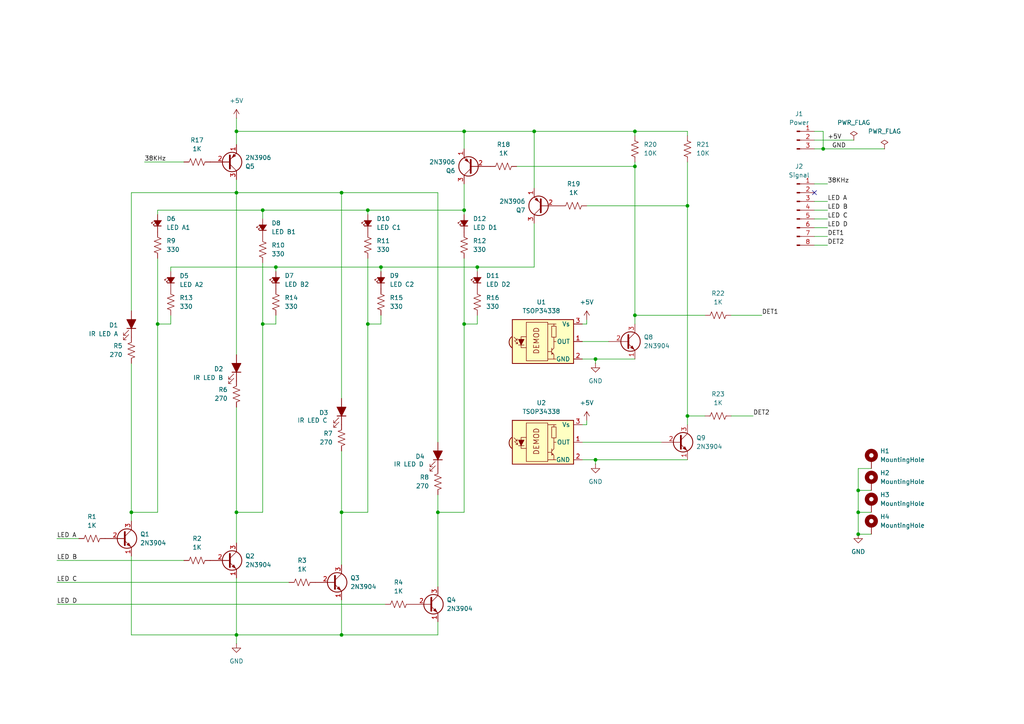
<source format=kicad_sch>
(kicad_sch (version 20231120) (generator "eeschema") (generator_version "8.0")
  (paper "A4")
  (title_block (title "WalletVac Neck Detector"))
  (lib_symbols
    (symbol "Connector:Conn_01x03_Pin" (pin_names (offset 1.016) hide)
      (property "Reference" "J" (at 0 5.08 0))
      (property "Value" "Conn_01x03_Pin" (at 0 -5.08 0))
      (symbol "Conn_01x03_Pin_1_1"
        (polyline (pts (xy 1.27 -2.54) (xy 0.8636 -2.54)) (stroke (width 0.1524)))
        (polyline (pts (xy 1.27 0) (xy 0.8636 0)) (stroke (width 0.1524)))
        (polyline (pts (xy 1.27 2.54) (xy 0.8636 2.54)) (stroke (width 0.1524)))
        (rectangle (start 0.8636 -2.413) (end 0 -2.667) (stroke (width 0.1524)) (fill (type outline)))
        (rectangle (start 0.8636 0.127) (end 0 -0.127) (stroke (width 0.1524)) (fill (type outline)))
        (rectangle (start 0.8636 2.667) (end 0 2.413) (stroke (width 0.1524)) (fill (type outline)))
        (pin passive line (at 5.08 2.54 180) (length 3.81) (name "Pin_1") (number "1"))
        (pin passive line (at 5.08 0 180) (length 3.81) (name "Pin_2") (number "2"))
        (pin passive line (at 5.08 -2.54 180) (length 3.81) (name "Pin_3") (number "3"))
      )
    )
    (symbol "Connector:Conn_01x08_Pin" (pin_names (offset 1.016) hide)
      (property "Reference" "J" (at 0 10.16 0))
      (property "Value" "Conn_01x08_Pin" (at 0 -12.7 0))
      (symbol "Conn_01x08_Pin_1_1"
        (polyline (pts (xy 1.27 -10.16) (xy 0.8636 -10.16)) (stroke (width 0.1524)))
        (polyline (pts (xy 1.27 -7.62) (xy 0.8636 -7.62)) (stroke (width 0.1524)))
        (polyline (pts (xy 1.27 -5.08) (xy 0.8636 -5.08)) (stroke (width 0.1524)))
        (polyline (pts (xy 1.27 -2.54) (xy 0.8636 -2.54)) (stroke (width 0.1524)))
        (polyline (pts (xy 1.27 0) (xy 0.8636 0)) (stroke (width 0.1524)))
        (polyline (pts (xy 1.27 2.54) (xy 0.8636 2.54)) (stroke (width 0.1524)))
        (polyline (pts (xy 1.27 5.08) (xy 0.8636 5.08)) (stroke (width 0.1524)))
        (polyline (pts (xy 1.27 7.62) (xy 0.8636 7.62)) (stroke (width 0.1524)))
        (rectangle (start 0.8636 -10.033) (end 0 -10.287) (stroke (width 0.1524)) (fill (type outline)))
        (rectangle (start 0.8636 -7.493) (end 0 -7.747) (stroke (width 0.1524)) (fill (type outline)))
        (rectangle (start 0.8636 -4.953) (end 0 -5.207) (stroke (width 0.1524)) (fill (type outline)))
        (rectangle (start 0.8636 -2.413) (end 0 -2.667) (stroke (width 0.1524)) (fill (type outline)))
        (rectangle (start 0.8636 0.127) (end 0 -0.127) (stroke (width 0.1524)) (fill (type outline)))
        (rectangle (start 0.8636 2.667) (end 0 2.413) (stroke (width 0.1524)) (fill (type outline)))
        (rectangle (start 0.8636 5.207) (end 0 4.953) (stroke (width 0.1524)) (fill (type outline)))
        (rectangle (start 0.8636 7.747) (end 0 7.493) (stroke (width 0.1524)) (fill (type outline)))
        (pin passive line (at 5.08 7.62 180) (length 3.81) (name "Pin_1") (number "1"))
        (pin passive line (at 5.08 5.08 180) (length 3.81) (name "Pin_2") (number "2"))
        (pin passive line (at 5.08 2.54 180) (length 3.81) (name "Pin_3") (number "3"))
        (pin passive line (at 5.08 0 180) (length 3.81) (name "Pin_4") (number "4"))
        (pin passive line (at 5.08 -2.54 180) (length 3.81) (name "Pin_5") (number "5"))
        (pin passive line (at 5.08 -5.08 180) (length 3.81) (name "Pin_6") (number "6"))
        (pin passive line (at 5.08 -7.62 180) (length 3.81) (name "Pin_7") (number "7"))
        (pin passive line (at 5.08 -10.16 180) (length 3.81) (name "Pin_8") (number "8"))
      )
    )
    (symbol "Device:LED_Filled" (pin_numbers hide) (pin_names (offset 1.016) hide)
      (property "Reference" "D" (at 0 2.54 0))
      (property "Value" "LED_Filled" (at 0 -2.54 0))
      (symbol "LED_Filled_0_1"
        (polyline (pts (xy -1.27 -1.27) (xy -1.27 1.27)) (stroke (width 0.254)))
        (polyline (pts (xy -1.27 0) (xy 1.27 0)))
        (polyline (pts (xy 1.27 -1.27) (xy 1.27 1.27) (xy -1.27 0) (xy 1.27 -1.27)) (stroke (width 0.254)) (fill (type outline)))
        (polyline (pts (xy -3.048 -0.762) (xy -4.572 -2.286) (xy -3.81 -2.286) (xy -4.572 -2.286) (xy -4.572 -1.524)))
        (polyline (pts (xy -1.778 -0.762) (xy -3.302 -2.286) (xy -2.54 -2.286) (xy -3.302 -2.286) (xy -3.302 -1.524)))
      )
      (symbol "LED_Filled_1_1"
        (pin passive line (at -3.81 0 0) (length 2.54) (name "K") (number "1"))
        (pin passive line (at 3.81 0 180) (length 2.54) (name "A") (number "2"))
      )
    )
    (symbol "Device:LED_Small_Filled" (pin_numbers hide) (pin_names (offset 0.254) hide)
      (property "Reference" "D" (at -1.27 3.175 0))
      (property "Value" "LED_Small_Filled" (at -4.445 -2.54 0))
      (symbol "LED_Small_Filled_0_1"
        (polyline (pts (xy -0.762 -1.016) (xy -0.762 1.016)) (stroke (width 0.254)))
        (polyline (pts (xy 1.016 0) (xy -0.762 0)))
        (polyline (pts (xy 0.762 -1.016) (xy -0.762 0) (xy 0.762 1.016) (xy 0.762 -1.016)) (stroke (width 0.254)) (fill (type outline)))
        (polyline (pts (xy 0 0.762) (xy -0.508 1.27) (xy -0.254 1.27) (xy -0.508 1.27) (xy -0.508 1.016)))
        (polyline (pts (xy 0.508 1.27) (xy 0 1.778) (xy 0.254 1.778) (xy 0 1.778) (xy 0 1.524)))
      )
      (symbol "LED_Small_Filled_1_1"
        (pin passive line (at -2.54 0 0) (length 1.778) (name "K") (number "1"))
        (pin passive line (at 2.54 0 180) (length 1.778) (name "A") (number "2"))
      )
    )
    (symbol "Device:R_US" (pin_numbers hide) (pin_names (offset 0))
      (property "Reference" "R" (at 2.54 0 90))
      (property "Value" "R_US" (at -2.54 0 90))
      (symbol "R_US_0_1"
        (polyline (pts (xy 0 -2.286) (xy 0 -2.54)))
        (polyline (pts (xy 0 2.286) (xy 0 2.54)))
        (polyline (pts (xy 0 -0.762) (xy 1.016 -1.143) (xy 0 -1.524) (xy -1.016 -1.905) (xy 0 -2.286)))
        (polyline (pts (xy 0 0.762) (xy 1.016 0.381) (xy 0 0) (xy -1.016 -0.381) (xy 0 -0.762)))
        (polyline (pts (xy 0 2.286) (xy 1.016 1.905) (xy 0 1.524) (xy -1.016 1.143) (xy 0 0.762)))
      )
      (symbol "R_US_1_1"
        (pin passive line (at 0 3.81 270) (length 1.27) (name "~") (number "1"))
        (pin passive line (at 0 -3.81 90) (length 1.27) (name "~") (number "2"))
      )
    )
    (symbol "Interface_Optical:TSOP343xx" (pin_names (offset 1.016))
      (property "Reference" "U" (at -10.16 7.62 0))
      (property "Value" "TSOP343xx" (at -10.16 -7.62 0))
      (symbol "TSOP343xx_0_0"
        (arc (start -10.287 1.397) (mid -11.0899 -0.1852) (end -10.287 -1.778) (stroke (width 0.254)) (fill (type background)))
        (polyline (pts (xy 1.905 -5.08) (xy 0.127 -5.08)))
        (polyline (pts (xy 1.905 5.08) (xy 0.127 5.08)))
        (text "DEMOD" (at -3.175 0.254 900) (effects (font (size 1.524 1.524))))
      )
      (symbol "TSOP343xx_0_1"
        (rectangle (start -6.096 5.588) (end 0.127 -5.588))
        (polyline (pts (xy -8.763 0.381) (xy -9.652 1.27)))
        (polyline (pts (xy -8.763 0.381) (xy -9.271 0.381)))
        (polyline (pts (xy -8.763 0.381) (xy -8.763 0.889)))
        (polyline (pts (xy -8.636 -0.635) (xy -9.525 0.254)))
        (polyline (pts (xy -8.636 -0.635) (xy -9.144 -0.635)))
        (polyline (pts (xy -8.636 -0.635) (xy -8.636 -0.127)))
        (polyline (pts (xy -8.382 -1.016) (xy -6.731 -1.016)))
        (polyline (pts (xy 1.27 -2.921) (xy 0.127 -2.921)))
        (polyline (pts (xy 1.27 -1.905) (xy 1.27 -3.81)))
        (polyline (pts (xy 1.397 -3.556) (xy 1.524 -3.556)))
        (polyline (pts (xy 1.651 -3.556) (xy 1.524 -3.556)))
        (polyline (pts (xy 1.651 -3.556) (xy 1.651 -3.302)))
        (polyline (pts (xy 1.905 0) (xy 1.905 1.27)))
        (polyline (pts (xy 1.905 4.445) (xy 1.905 5.08) (xy 2.54 5.08)))
        (polyline (pts (xy -8.382 0.635) (xy -6.731 0.635) (xy -7.62 -1.016) (xy -8.382 0.635)) (fill (type outline)))
        (polyline (pts (xy -6.096 1.397) (xy -7.62 1.397) (xy -7.62 -1.778) (xy -6.096 -1.778)))
        (polyline (pts (xy 1.27 -3.175) (xy 1.905 -3.81) (xy 1.905 -5.08) (xy 2.54 -5.08)))
        (polyline (pts (xy 1.27 -2.54) (xy 1.905 -1.905) (xy 1.905 0) (xy 2.54 0)))
        (rectangle (start 2.54 1.27) (end 1.27 4.445))
        (rectangle (start 7.62 6.35) (end -10.16 -6.35) (stroke (width 0.254)) (fill (type background)))
      )
      (symbol "TSOP343xx_1_1"
        (pin output line (at 10.16 0 180) (length 2.54) (name "OUT") (number "1"))
        (pin power_in line (at 10.16 -5.08 180) (length 2.54) (name "GND") (number "2"))
        (pin power_in line (at 10.16 5.08 180) (length 2.54) (name "Vs") (number "3"))
      )
    )
    (symbol "Mechanical:MountingHole_Pad" (pin_numbers hide) (pin_names (offset 1.016) hide) (exclude_from_sim yes) (in_bom no)
      (property "Reference" "H" (at 0 6.35 0))
      (property "Value" "MountingHole_Pad" (at 0 4.445 0))
      (symbol "MountingHole_Pad_0_1"
        (circle (center 0 1.27) (radius 1.27) (stroke (width 1.27)))
      )
      (symbol "MountingHole_Pad_1_1"
        (pin input line (at 0 -2.54 90) (length 2.54) (name "1") (number "1"))
      )
    )
    (symbol "Transistor_BJT:2N3904" (pin_names (offset 0) hide)
      (property "Reference" "Q" (at 5.08 1.905 0))
      (property "Value" "2N3904" (at 5.08 0 0))
      (symbol "2N3904_0_1"
        (polyline (pts (xy 0.635 0.635) (xy 2.54 2.54)))
        (polyline (pts (xy 0.635 -0.635) (xy 2.54 -2.54) (xy 2.54 -2.54)))
        (polyline (pts (xy 0.635 1.905) (xy 0.635 -1.905) (xy 0.635 -1.905)) (stroke (width 0.508)))
        (polyline (pts (xy 1.27 -1.778) (xy 1.778 -1.27) (xy 2.286 -2.286) (xy 1.27 -1.778) (xy 1.27 -1.778)) (fill (type outline)))
        (circle (center 1.27 0) (radius 2.8194) (stroke (width 0.254)))
      )
      (symbol "2N3904_1_1"
        (pin passive line (at 2.54 -5.08 90) (length 2.54) (name "E") (number "1"))
        (pin passive line (at -5.08 0 0) (length 5.715) (name "B") (number "2"))
        (pin passive line (at 2.54 5.08 270) (length 2.54) (name "C") (number "3"))
      )
    )
    (symbol "Transistor_BJT:2N3906" (pin_names (offset 0) hide)
      (property "Reference" "Q" (at 5.08 1.905 0))
      (property "Value" "2N3906" (at 5.08 0 0))
      (symbol "2N3906_0_1"
        (polyline (pts (xy 0.635 0.635) (xy 2.54 2.54)))
        (polyline (pts (xy 0.635 -0.635) (xy 2.54 -2.54) (xy 2.54 -2.54)))
        (polyline (pts (xy 0.635 1.905) (xy 0.635 -1.905) (xy 0.635 -1.905)) (stroke (width 0.508)))
        (polyline (pts (xy 2.286 -1.778) (xy 1.778 -2.286) (xy 1.27 -1.27) (xy 2.286 -1.778) (xy 2.286 -1.778)) (fill (type outline)))
        (circle (center 1.27 0) (radius 2.8194) (stroke (width 0.254)))
      )
      (symbol "2N3906_1_1"
        (pin passive line (at 2.54 -5.08 90) (length 2.54) (name "E") (number "1"))
        (pin input line (at -5.08 0 0) (length 5.715) (name "B") (number "2"))
        (pin passive line (at 2.54 5.08 270) (length 2.54) (name "C") (number "3"))
      )
    )
    (symbol "power:+5V" (power) (pin_numbers hide) (pin_names (offset 0) hide)
      (property "Value" "+5V" (at 0 3.556 0))
      (symbol "+5V_0_1"
        (polyline (pts (xy -0.762 1.27) (xy 0 2.54)))
        (polyline (pts (xy 0 0) (xy 0 2.54)))
        (polyline (pts (xy 0 2.54) (xy 0.762 1.27)))
      )
      (symbol "+5V_1_1"
        (pin power_in line (at 0 0 90) (length 0) (name "~") (number "1"))
      )
    )
    (symbol "power:GND" (power) (pin_numbers hide) (pin_names (offset 0) hide)
      (property "Value" "GND" (at 0 -3.81 0))
      (symbol "GND_0_1"
        (polyline (pts (xy 0 0) (xy 0 -1.27) (xy 1.27 -1.27) (xy 0 -2.54) (xy -1.27 -1.27) (xy 0 -1.27)))
      )
      (symbol "GND_1_1"
        (pin power_in line (at 0 0 270) (length 0) (name "~") (number "1"))
      )
    )
    (symbol "power:PWR_FLAG" (power) (pin_numbers hide) (pin_names (offset 0) hide)
      (property "Value" "PWR_FLAG" (at 0 3.81 0))
      (symbol "PWR_FLAG_0_0"
        (pin power_out line (at 0 0 90) (length 0) (name "~") (number "1"))
      )
      (symbol "PWR_FLAG_0_1"
        (polyline (pts (xy 0 0) (xy 0 1.27) (xy -1.016 1.905) (xy 0 2.54) (xy 1.016 1.905) (xy 0 1.27)))
      )
    )
  )
  (junction (at 76.2 60.96))
  (junction (at 154.94 38.1))
  (junction (at 127 148.59))
  (junction (at 184.15 91.44))
  (junction (at 134.62 60.96))
  (junction (at 99.06 148.59))
  (junction (at 248.92 148.59))
  (junction (at 138.43 77.47))
  (junction (at 106.68 93.98))
  (junction (at 199.39 59.69))
  (junction (at 238.76 43.18))
  (junction (at 134.62 38.1))
  (junction (at 172.72 133.35))
  (junction (at 110.49 77.47))
  (junction (at 68.58 148.59))
  (junction (at 80.01 77.47))
  (junction (at 38.1 148.59))
  (junction (at 184.15 48.26))
  (junction (at 184.15 38.1))
  (junction (at 68.58 184.15))
  (junction (at 99.06 184.15))
  (junction (at 134.62 93.98))
  (junction (at 199.39 120.65))
  (junction (at 45.72 93.98))
  (junction (at 172.72 104.14))
  (junction (at 248.92 154.94))
  (junction (at 68.58 55.88))
  (junction (at 68.58 38.1))
  (junction (at 106.68 60.96))
  (junction (at 248.92 142.24))
  (junction (at 76.2 93.98))
  (junction (at 99.06 55.88))
  (no_connect (at 236.22 55.88))
  (wire (pts (xy 138.43 77.47) (xy 138.43 78.74)))
  (wire (pts (xy 99.06 148.59) (xy 106.68 148.59)))
  (wire (pts (xy 38.1 184.15) (xy 68.58 184.15)))
  (wire (pts (xy 16.51 168.91) (xy 83.82 168.91)))
  (wire (pts (xy 80.01 91.44) (xy 80.01 93.98)))
  (wire (pts (xy 45.72 93.98) (xy 45.72 148.59)))
  (wire (pts (xy 134.62 53.34) (xy 134.62 60.96)))
  (wire (pts (xy 49.53 77.47) (xy 49.53 78.74)))
  (wire (pts (xy 252.73 148.59) (xy 248.92 148.59)))
  (wire (pts (xy 184.15 38.1) (xy 184.15 39.37)))
  (wire (pts (xy 238.76 43.18) (xy 256.54 43.18)))
  (wire (pts (xy 68.58 34.29) (xy 68.58 38.1)))
  (wire (pts (xy 236.22 38.1) (xy 238.76 38.1)))
  (wire (pts (xy 154.94 64.77) (xy 154.94 77.47)))
  (wire (pts (xy 99.06 130.81) (xy 99.06 148.59)))
  (wire (pts (xy 199.39 39.37) (xy 199.39 38.1)))
  (wire (pts (xy 76.2 93.98) (xy 76.2 148.59)))
  (wire (pts (xy 248.92 135.89) (xy 248.92 142.24)))
  (wire (pts (xy 199.39 46.99) (xy 199.39 59.69)))
  (wire (pts (xy 154.94 38.1) (xy 154.94 54.61)))
  (wire (pts (xy 212.09 120.65) (xy 218.44 120.65)))
  (wire (pts (xy 16.51 162.56) (xy 53.34 162.56)))
  (wire (pts (xy 106.68 60.96) (xy 106.68 62.23)))
  (wire (pts (xy 68.58 118.11) (xy 68.58 148.59)))
  (wire (pts (xy 236.22 40.64) (xy 247.65 40.64)))
  (wire (pts (xy 49.53 91.44) (xy 49.53 93.98)))
  (wire (pts (xy 110.49 77.47) (xy 138.43 77.47)))
  (wire (pts (xy 236.22 53.34) (xy 240.03 53.34)))
  (wire (pts (xy 68.58 38.1) (xy 134.62 38.1)))
  (wire (pts (xy 134.62 93.98) (xy 134.62 148.59)))
  (wire (pts (xy 127 148.59) (xy 127 170.18)))
  (wire (pts (xy 110.49 77.47) (xy 110.49 78.74)))
  (wire (pts (xy 127 143.51) (xy 127 148.59)))
  (wire (pts (xy 45.72 93.98) (xy 49.53 93.98)))
  (wire (pts (xy 99.06 184.15) (xy 68.58 184.15)))
  (wire (pts (xy 184.15 91.44) (xy 204.47 91.44)))
  (wire (pts (xy 154.94 38.1) (xy 184.15 38.1)))
  (wire (pts (xy 45.72 62.23) (xy 45.72 60.96)))
  (wire (pts (xy 38.1 148.59) (xy 45.72 148.59)))
  (wire (pts (xy 68.58 148.59) (xy 76.2 148.59)))
  (wire (pts (xy 49.53 77.47) (xy 80.01 77.47)))
  (wire (pts (xy 106.68 74.93) (xy 106.68 93.98)))
  (wire (pts (xy 76.2 60.96) (xy 106.68 60.96)))
  (wire (pts (xy 236.22 68.58) (xy 240.03 68.58)))
  (wire (pts (xy 168.91 133.35) (xy 172.72 133.35)))
  (wire (pts (xy 127 55.88) (xy 127 128.27)))
  (wire (pts (xy 252.73 154.94) (xy 248.92 154.94)))
  (wire (pts (xy 212.09 91.44) (xy 220.98 91.44)))
  (wire (pts (xy 68.58 167.64) (xy 68.58 184.15)))
  (wire (pts (xy 168.91 104.14) (xy 172.72 104.14)))
  (wire (pts (xy 68.58 55.88) (xy 38.1 55.88)))
  (wire (pts (xy 170.18 121.92) (xy 170.18 123.19)))
  (wire (pts (xy 99.06 184.15) (xy 127 184.15)))
  (wire (pts (xy 110.49 91.44) (xy 110.49 93.98)))
  (wire (pts (xy 138.43 91.44) (xy 138.43 93.98)))
  (wire (pts (xy 68.58 52.07) (xy 68.58 55.88)))
  (wire (pts (xy 199.39 120.65) (xy 199.39 123.19)))
  (wire (pts (xy 134.62 74.93) (xy 134.62 93.98)))
  (wire (pts (xy 99.06 55.88) (xy 127 55.88)))
  (wire (pts (xy 134.62 38.1) (xy 154.94 38.1)))
  (wire (pts (xy 76.2 93.98) (xy 80.01 93.98)))
  (wire (pts (xy 168.91 99.06) (xy 176.53 99.06)))
  (wire (pts (xy 138.43 93.98) (xy 134.62 93.98)))
  (wire (pts (xy 168.91 93.98) (xy 170.18 93.98)))
  (wire (pts (xy 76.2 60.96) (xy 76.2 63.5)))
  (wire (pts (xy 38.1 105.41) (xy 38.1 148.59)))
  (wire (pts (xy 99.06 55.88) (xy 99.06 115.57)))
  (wire (pts (xy 106.68 60.96) (xy 134.62 60.96)))
  (wire (pts (xy 199.39 59.69) (xy 199.39 120.65)))
  (wire (pts (xy 170.18 92.71) (xy 170.18 93.98)))
  (wire (pts (xy 248.92 154.94) (xy 248.92 148.59)))
  (wire (pts (xy 106.68 93.98) (xy 106.68 148.59)))
  (wire (pts (xy 199.39 120.65) (xy 204.47 120.65)))
  (wire (pts (xy 38.1 55.88) (xy 38.1 90.17)))
  (wire (pts (xy 172.72 104.14) (xy 172.72 105.41)))
  (wire (pts (xy 149.86 48.26) (xy 184.15 48.26)))
  (wire (pts (xy 45.72 74.93) (xy 45.72 93.98)))
  (wire (pts (xy 184.15 48.26) (xy 184.15 91.44)))
  (wire (pts (xy 134.62 43.18) (xy 134.62 38.1)))
  (wire (pts (xy 110.49 93.98) (xy 106.68 93.98)))
  (wire (pts (xy 172.72 133.35) (xy 199.39 133.35)))
  (wire (pts (xy 134.62 60.96) (xy 134.62 62.23)))
  (wire (pts (xy 68.58 186.69) (xy 68.58 184.15)))
  (wire (pts (xy 38.1 148.59) (xy 38.1 151.13)))
  (wire (pts (xy 16.51 175.26) (xy 111.76 175.26)))
  (wire (pts (xy 252.73 135.89) (xy 248.92 135.89)))
  (wire (pts (xy 68.58 55.88) (xy 99.06 55.88)))
  (wire (pts (xy 236.22 43.18) (xy 238.76 43.18)))
  (wire (pts (xy 240.03 60.96) (xy 236.22 60.96)))
  (wire (pts (xy 248.92 148.59) (xy 248.92 142.24)))
  (wire (pts (xy 236.22 66.04) (xy 240.03 66.04)))
  (wire (pts (xy 172.72 133.35) (xy 172.72 134.62)))
  (wire (pts (xy 45.72 60.96) (xy 76.2 60.96)))
  (wire (pts (xy 172.72 104.14) (xy 184.15 104.14)))
  (wire (pts (xy 76.2 76.2) (xy 76.2 93.98)))
  (wire (pts (xy 184.15 46.99) (xy 184.15 48.26)))
  (wire (pts (xy 240.03 58.42) (xy 236.22 58.42)))
  (wire (pts (xy 99.06 173.99) (xy 99.06 184.15)))
  (wire (pts (xy 238.76 38.1) (xy 238.76 43.18)))
  (wire (pts (xy 199.39 38.1) (xy 184.15 38.1)))
  (wire (pts (xy 41.91 46.99) (xy 53.34 46.99)))
  (wire (pts (xy 16.51 156.21) (xy 22.86 156.21)))
  (wire (pts (xy 80.01 77.47) (xy 80.01 78.74)))
  (wire (pts (xy 38.1 161.29) (xy 38.1 184.15)))
  (wire (pts (xy 68.58 55.88) (xy 68.58 102.87)))
  (wire (pts (xy 68.58 148.59) (xy 68.58 157.48)))
  (wire (pts (xy 248.92 142.24) (xy 252.73 142.24)))
  (wire (pts (xy 138.43 77.47) (xy 154.94 77.47)))
  (wire (pts (xy 199.39 59.69) (xy 170.18 59.69)))
  (wire (pts (xy 240.03 63.5) (xy 236.22 63.5)))
  (wire (pts (xy 127 180.34) (xy 127 184.15)))
  (wire (pts (xy 184.15 91.44) (xy 184.15 93.98)))
  (wire (pts (xy 127 148.59) (xy 134.62 148.59)))
  (wire (pts (xy 80.01 77.47) (xy 110.49 77.47)))
  (wire (pts (xy 236.22 71.12) (xy 240.03 71.12)))
  (wire (pts (xy 168.91 128.27) (xy 191.77 128.27)))
  (wire (pts (xy 170.18 123.19) (xy 168.91 123.19)))
  (wire (pts (xy 68.58 38.1) (xy 68.58 41.91)))
  (wire (pts (xy 99.06 148.59) (xy 99.06 163.83)))
  (label "38KHz" (at 240.03 53.34 0))
  (label "DET2" (at 218.44 120.65 0))
  (label "DET1" (at 220.98 91.44 0))
  (label "+5V" (at 240.03 40.64 0))
  (label "38KHz" (at 41.91 46.99 0))
  (label "LED D" (at 240.03 66.04 0))
  (label "DET1" (at 240.03 68.58 0))
  (label "LED D" (at 16.51 175.26 0))
  (label "LED C" (at 16.51 168.91 0))
  (label "LED A" (at 240.03 58.42 0))
  (label "GND" (at 241.3 43.18 0))
  (label "LED B" (at 16.51 162.56 0))
  (label "DET2" (at 240.03 71.12 0))
  (label "LED C" (at 240.03 63.5 0))
  (label "LED A" (at 16.51 156.21 0))
  (label "LED B" (at 240.03 60.96 0))
  (symbol (lib_id "Transistor_BJT:2N3904") (at 181.61 99.06 0) (unit 1)
    (property "Reference" "Q8" (at 186.69 97.7899 0) (effects (justify left)))
    (property "Value" "2N3904" (at 186.69 100.3299 0) (effects (justify left)))
    (property "Footprint" "Package_TO_SOT_THT:TO-92_Inline" (effects (hide yes)))
    (property "Datasheet" "https://www.onsemi.com/pub/Collateral/2N3903-D.PDF" (effects (hide yes)))
    (property "Description" "0.2A Ic, 40V Vce, Small Signal NPN Transistor, TO-92" (effects (hide yes)))
  )
  (symbol (lib_id "power:+5V") (at 170.18 121.92 0) (unit 1)
    (property "Reference" "#PWR04" (effects (hide yes)))
    (property "Value" "+5V" (at 170.18 116.84 0))
    (property "Description" "Power symbol creates a global label with name \"+5V\"" (effects (hide yes)))
  )
  (symbol (lib_id "Transistor_BJT:2N3904") (at 35.56 156.21 0) (unit 1)
    (property "Reference" "Q1" (at 40.64 154.9399 0) (effects (justify left)))
    (property "Value" "2N3904" (at 40.64 157.4799 0) (effects (justify left)))
    (property "Footprint" "Package_TO_SOT_THT:TO-92_Inline" (effects (hide yes)))
    (property "Datasheet" "https://www.onsemi.com/pub/Collateral/2N3903-D.PDF" (effects (hide yes)))
    (property "Description" "0.2A Ic, 40V Vce, Small Signal NPN Transistor, TO-92" (effects (hide yes)))
  )
  (symbol (lib_id "Device:R_US") (at 49.53 87.63 0) (unit 1)
    (property "Reference" "R13" (at 52.07 86.3599 0) (effects (justify left)))
    (property "Value" "330" (at 52.07 88.8999 0) (effects (justify left)))
    (property "Footprint" "Resistor_THT:R_Axial_DIN0207_L6.3mm_D2.5mm_P7.62mm_Horizontal" (effects (hide yes)))
    (property "Description" "Resistor, US symbol" (effects (hide yes)))
  )
  (symbol (lib_id "Device:R_US") (at 45.72 71.12 0) (unit 1)
    (property "Reference" "R9" (at 48.26 69.8499 0) (effects (justify left)))
    (property "Value" "330" (at 48.26 72.3899 0) (effects (justify left)))
    (property "Footprint" "Resistor_THT:R_Axial_DIN0207_L6.3mm_D2.5mm_P7.62mm_Horizontal" (effects (hide yes)))
    (property "Description" "Resistor, US symbol" (effects (hide yes)))
  )
  (symbol (lib_id "Device:R_US") (at 76.2 72.39 0) (unit 1)
    (property "Reference" "R10" (at 78.74 71.1199 0) (effects (justify left)))
    (property "Value" "330" (at 78.74 73.6599 0) (effects (justify left)))
    (property "Footprint" "Resistor_THT:R_Axial_DIN0207_L6.3mm_D2.5mm_P7.62mm_Horizontal" (effects (hide yes)))
    (property "Description" "Resistor, US symbol" (effects (hide yes)))
  )
  (symbol (lib_id "Device:LED_Small_Filled") (at 45.72 64.77 90) (unit 1)
    (property "Reference" "D6" (at 48.26 63.4364 90) (effects (justify right)))
    (property "Value" "LED A1" (at 48.26 65.9764 90) (effects (justify right)))
    (property "Footprint" "LED_THT:LED_D3.0mm" (effects (hide yes)))
    (property "Description" "Light emitting diode, small symbol, filled shape" (effects (hide yes)))
  )
  (symbol (lib_id "power:+5V") (at 68.58 34.29 0) (unit 1)
    (property "Reference" "#PWR01" (effects (hide yes)))
    (property "Value" "+5V" (at 68.58 29.21 0))
    (property "Description" "Power symbol creates a global label with name \"+5V\"" (effects (hide yes)))
  )
  (symbol (lib_id "Transistor_BJT:2N3906") (at 137.16 48.26 180) (unit 1)
    (property "Reference" "Q6" (at 132.08 49.5301 0) (effects (justify left)))
    (property "Value" "2N3906" (at 132.08 46.9901 0) (effects (justify left)))
    (property "Footprint" "Package_TO_SOT_THT:TO-92_Inline" (effects (hide yes)))
    (property "Datasheet" "https://www.onsemi.com/pub/Collateral/2N3906-D.PDF" (effects (hide yes)))
    (property "Description" "-0.2A Ic, -40V Vce, Small Signal PNP Transistor, TO-92" (effects (hide yes)))
  )
  (symbol (lib_id "Device:R_US") (at 106.68 71.12 0) (unit 1)
    (property "Reference" "R11" (at 109.22 69.8499 0) (effects (justify left)))
    (property "Value" "330" (at 109.22 72.3899 0) (effects (justify left)))
    (property "Footprint" "Resistor_THT:R_Axial_DIN0207_L6.3mm_D2.5mm_P7.62mm_Horizontal" (effects (hide yes)))
    (property "Description" "Resistor, US symbol" (effects (hide yes)))
  )
  (symbol (lib_id "Device:R_US") (at 166.37 59.69 90) (unit 1)
    (property "Reference" "R19" (at 166.37 53.34 90))
    (property "Value" "1K" (at 166.37 55.88 90))
    (property "Footprint" "Resistor_THT:R_Axial_DIN0207_L6.3mm_D2.5mm_P7.62mm_Horizontal" (effects (hide yes)))
    (property "Description" "Resistor, US symbol" (effects (hide yes)))
  )
  (symbol (lib_id "Transistor_BJT:2N3904") (at 96.52 168.91 0) (unit 1)
    (property "Reference" "Q3" (at 101.6 167.6399 0) (effects (justify left)))
    (property "Value" "2N3904" (at 101.6 170.1799 0) (effects (justify left)))
    (property "Footprint" "Package_TO_SOT_THT:TO-92_Inline" (effects (hide yes)))
    (property "Datasheet" "https://www.onsemi.com/pub/Collateral/2N3903-D.PDF" (effects (hide yes)))
    (property "Description" "0.2A Ic, 40V Vce, Small Signal NPN Transistor, TO-92" (effects (hide yes)))
  )
  (symbol (lib_id "Device:R_US") (at 87.63 168.91 90) (unit 1)
    (property "Reference" "R3" (at 87.63 162.56 90))
    (property "Value" "1K" (at 87.63 165.1 90))
    (property "Footprint" "Resistor_THT:R_Axial_DIN0207_L6.3mm_D2.5mm_P7.62mm_Horizontal" (effects (hide yes)))
    (property "Description" "Resistor, US symbol" (effects (hide yes)))
  )
  (symbol (lib_id "Device:R_US") (at 38.1 101.6 0) (mirror y) (unit 1)
    (property "Reference" "R5" (at 35.56 100.3299 0) (effects (justify left)))
    (property "Value" "270" (at 35.56 102.8699 0) (effects (justify left)))
    (property "Footprint" "Resistor_THT:R_Axial_DIN0207_L6.3mm_D2.5mm_P7.62mm_Horizontal" (effects (hide yes)))
    (property "Description" "Resistor, US symbol" (effects (hide yes)))
  )
  (symbol (lib_id "power:PWR_FLAG") (at 247.65 40.64 0) (unit 1)
    (property "Reference" "#FLG01" (effects (hide yes)))
    (property "Value" "PWR_FLAG" (at 247.65 35.56 0))
    (property "Description" "Special symbol for telling ERC where power comes from" (effects (hide yes)))
  )
  (symbol (lib_id "Device:R_US") (at 127 139.7 0) (mirror y) (unit 1)
    (property "Reference" "R8" (at 124.46 138.4299 0) (effects (justify left)))
    (property "Value" "270" (at 124.46 140.9699 0) (effects (justify left)))
    (property "Footprint" "Resistor_THT:R_Axial_DIN0207_L6.3mm_D2.5mm_P7.62mm_Horizontal" (effects (hide yes)))
    (property "Description" "Resistor, US symbol" (effects (hide yes)))
  )
  (symbol (lib_id "Mechanical:MountingHole_Pad") (at 252.73 133.35 0) (unit 1) (exclude_from_sim yes) (in_bom no)
    (property "Reference" "H1" (at 255.27 130.8099 0) (effects (justify left)))
    (property "Value" "MountingHole" (at 255.27 133.3499 0) (effects (justify left)))
    (property "Footprint" "MountingHole:MountingHole_3.2mm_M3_DIN965_Pad_TopBottom" (effects (hide yes)))
    (property "Description" "Mounting Hole with connection" (effects (hide yes)))
  )
  (symbol (lib_id "Mechanical:MountingHole_Pad") (at 252.73 146.05 0) (unit 1) (exclude_from_sim yes) (in_bom no)
    (property "Reference" "H3" (at 255.27 143.5099 0) (effects (justify left)))
    (property "Value" "MountingHole" (at 255.27 146.0499 0) (effects (justify left)))
    (property "Footprint" "MountingHole:MountingHole_3.2mm_M3_DIN965_Pad_TopBottom" (effects (hide yes)))
    (property "Description" "Mounting Hole with connection" (effects (hide yes)))
  )
  (symbol (lib_id "Device:R_US") (at 110.49 87.63 0) (unit 1)
    (property "Reference" "R15" (at 113.03 86.3599 0) (effects (justify left)))
    (property "Value" "330" (at 113.03 88.8999 0) (effects (justify left)))
    (property "Footprint" "Resistor_THT:R_Axial_DIN0207_L6.3mm_D2.5mm_P7.62mm_Horizontal" (effects (hide yes)))
    (property "Description" "Resistor, US symbol" (effects (hide yes)))
  )
  (symbol (lib_id "power:GND") (at 172.72 134.62 0) (unit 1)
    (property "Reference" "#PWR06" (effects (hide yes)))
    (property "Value" "GND" (at 172.72 139.7 0))
    (property "Description" "Power symbol creates a global label with name \"GND\" , ground" (effects (hide yes)))
  )
  (symbol (lib_id "Device:R_US") (at 184.15 43.18 0) (unit 1)
    (property "Reference" "R20" (at 186.69 41.9099 0) (effects (justify left)))
    (property "Value" "10K" (at 186.69 44.4499 0) (effects (justify left)))
    (property "Footprint" "Resistor_THT:R_Axial_DIN0207_L6.3mm_D2.5mm_P7.62mm_Horizontal" (effects (hide yes)))
    (property "Description" "Resistor, US symbol" (effects (hide yes)))
  )
  (symbol (lib_id "Connector:Conn_01x03_Pin") (at 231.14 40.64 0) (unit 1)
    (property "Reference" "J1" (at 231.775 33.02 0))
    (property "Value" "Power" (at 231.775 35.56 0))
    (property "Footprint" "Connector_PinHeader_2.54mm:PinHeader_1x03_P2.54mm_Horizontal" (effects (hide yes)))
    (property "Description" "Generic connector, single row, 01x03, script generated" (effects (hide yes)))
  )
  (symbol (lib_id "Device:LED_Filled") (at 99.06 119.38 270) (mirror x) (unit 1)
    (property "Reference" "D3" (at 95.25 119.6974 90) (effects (justify right)))
    (property "Value" "IR LED C" (at 94.996 121.92 90) (effects (justify right)))
    (property "Footprint" "LED_THT:LED_D5.0mm_Horizontal_O3.81mm_Z3.0mm" (effects (hide yes)))
    (property "Description" "Light emitting diode, filled shape" (effects (hide yes)))
  )
  (symbol (lib_id "Device:R_US") (at 115.57 175.26 90) (unit 1)
    (property "Reference" "R4" (at 115.57 168.91 90))
    (property "Value" "1K" (at 115.57 171.45 90))
    (property "Footprint" "Resistor_THT:R_Axial_DIN0207_L6.3mm_D2.5mm_P7.62mm_Horizontal" (effects (hide yes)))
    (property "Description" "Resistor, US symbol" (effects (hide yes)))
  )
  (symbol (lib_id "Transistor_BJT:2N3906") (at 66.04 46.99 0) (mirror x) (unit 1)
    (property "Reference" "Q5" (at 71.12 48.2601 0) (effects (justify left)))
    (property "Value" "2N3906" (at 71.12 45.7201 0) (effects (justify left)))
    (property "Footprint" "Package_TO_SOT_THT:TO-92_Inline" (effects (hide yes)))
    (property "Datasheet" "https://www.onsemi.com/pub/Collateral/2N3906-D.PDF" (effects (hide yes)))
    (property "Description" "-0.2A Ic, -40V Vce, Small Signal PNP Transistor, TO-92" (effects (hide yes)))
  )
  (symbol (lib_id "Device:LED_Filled") (at 38.1 93.98 270) (mirror x) (unit 1)
    (property "Reference" "D1" (at 34.29 94.2974 90) (effects (justify right)))
    (property "Value" "IR LED A" (at 34.29 96.8374 90) (effects (justify right)))
    (property "Footprint" "LED_THT:LED_D5.0mm_Horizontal_O3.81mm_Z3.0mm" (effects (hide yes)))
    (property "Description" "Light emitting diode, filled shape" (effects (hide yes)))
  )
  (symbol (lib_id "Transistor_BJT:2N3904") (at 124.46 175.26 0) (unit 1)
    (property "Reference" "Q4" (at 129.54 173.9899 0) (effects (justify left)))
    (property "Value" "2N3904" (at 129.54 176.5299 0) (effects (justify left)))
    (property "Footprint" "Package_TO_SOT_THT:TO-92_Inline" (effects (hide yes)))
    (property "Datasheet" "https://www.onsemi.com/pub/Collateral/2N3903-D.PDF" (effects (hide yes)))
    (property "Description" "0.2A Ic, 40V Vce, Small Signal NPN Transistor, TO-92" (effects (hide yes)))
  )
  (symbol (lib_id "Transistor_BJT:2N3906") (at 157.48 59.69 180) (unit 1)
    (property "Reference" "Q7" (at 152.4 60.9601 0) (effects (justify left)))
    (property "Value" "2N3906" (at 152.4 58.4201 0) (effects (justify left)))
    (property "Footprint" "Package_TO_SOT_THT:TO-92_Inline" (effects (hide yes)))
    (property "Datasheet" "https://www.onsemi.com/pub/Collateral/2N3906-D.PDF" (effects (hide yes)))
    (property "Description" "-0.2A Ic, -40V Vce, Small Signal PNP Transistor, TO-92" (effects (hide yes)))
  )
  (symbol (lib_id "Device:R_US") (at 138.43 87.63 0) (unit 1)
    (property "Reference" "R16" (at 140.97 86.3599 0) (effects (justify left)))
    (property "Value" "330" (at 140.97 88.8999 0) (effects (justify left)))
    (property "Footprint" "Resistor_THT:R_Axial_DIN0207_L6.3mm_D2.5mm_P7.62mm_Horizontal" (effects (hide yes)))
    (property "Description" "Resistor, US symbol" (effects (hide yes)))
  )
  (symbol (lib_id "Device:LED_Small_Filled") (at 134.62 64.77 90) (unit 1)
    (property "Reference" "D12" (at 137.16 63.4364 90) (effects (justify right)))
    (property "Value" "LED D1" (at 137.16 65.9764 90) (effects (justify right)))
    (property "Footprint" "LED_THT:LED_D3.0mm" (effects (hide yes)))
    (property "Description" "Light emitting diode, small symbol, filled shape" (effects (hide yes)))
  )
  (symbol (lib_id "Device:R_US") (at 68.58 114.3 0) (mirror y) (unit 1)
    (property "Reference" "R6" (at 66.04 113.0299 0) (effects (justify left)))
    (property "Value" "270" (at 66.04 115.5699 0) (effects (justify left)))
    (property "Footprint" "Resistor_THT:R_Axial_DIN0207_L6.3mm_D2.5mm_P7.62mm_Horizontal" (effects (hide yes)))
    (property "Description" "Resistor, US symbol" (effects (hide yes)))
  )
  (symbol (lib_id "Transistor_BJT:2N3904") (at 196.85 128.27 0) (unit 1)
    (property "Reference" "Q9" (at 201.93 126.9999 0) (effects (justify left)))
    (property "Value" "2N3904" (at 201.93 129.5399 0) (effects (justify left)))
    (property "Footprint" "Package_TO_SOT_THT:TO-92_Inline" (effects (hide yes)))
    (property "Datasheet" "https://www.onsemi.com/pub/Collateral/2N3903-D.PDF" (effects (hide yes)))
    (property "Description" "0.2A Ic, 40V Vce, Small Signal NPN Transistor, TO-92" (effects (hide yes)))
  )
  (symbol (lib_id "Device:R_US") (at 208.28 120.65 90) (unit 1)
    (property "Reference" "R23" (at 208.28 114.3 90))
    (property "Value" "1K" (at 208.28 116.84 90))
    (property "Footprint" "Resistor_THT:R_Axial_DIN0207_L6.3mm_D2.5mm_P7.62mm_Horizontal" (effects (hide yes)))
    (property "Description" "Resistor, US symbol" (effects (hide yes)))
  )
  (symbol (lib_id "power:GND") (at 172.72 105.41 0) (unit 1)
    (property "Reference" "#PWR05" (effects (hide yes)))
    (property "Value" "GND" (at 172.72 110.49 0))
    (property "Description" "Power symbol creates a global label with name \"GND\" , ground" (effects (hide yes)))
  )
  (symbol (lib_id "Device:LED_Small_Filled") (at 80.01 81.28 90) (unit 1)
    (property "Reference" "D7" (at 82.55 79.9464 90) (effects (justify right)))
    (property "Value" "LED B2" (at 82.55 82.4864 90) (effects (justify right)))
    (property "Footprint" "LED_THT:LED_D3.0mm" (effects (hide yes)))
    (property "Description" "Light emitting diode, small symbol, filled shape" (effects (hide yes)))
  )
  (symbol (lib_id "Device:LED_Small_Filled") (at 106.68 64.77 90) (unit 1)
    (property "Reference" "D10" (at 109.22 63.4364 90) (effects (justify right)))
    (property "Value" "LED C1" (at 109.22 65.9764 90) (effects (justify right)))
    (property "Footprint" "LED_THT:LED_D3.0mm" (effects (hide yes)))
    (property "Description" "Light emitting diode, small symbol, filled shape" (effects (hide yes)))
  )
  (symbol (lib_id "Interface_Optical:TSOP343xx") (at 158.75 128.27 0) (unit 1)
    (property "Reference" "U2" (at 157.015 116.84 0))
    (property "Value" "TSOP34338" (at 157.015 119.38 0))
    (property "Footprint" "OptoDevice:Vishay_MOLD-3Pin" (effects (hide yes)))
    (property "Datasheet" "http://www.vishay.com/docs/82490/tsop321.pdf" (effects (hide yes)))
    (property "Description" "IR Receiver Modules for Remote Control Systems" (effects (hide yes)))
  )
  (symbol (lib_id "Device:LED_Small_Filled") (at 138.43 81.28 90) (unit 1)
    (property "Reference" "D11" (at 140.97 79.9464 90) (effects (justify right)))
    (property "Value" "LED D2" (at 140.97 82.4864 90) (effects (justify right)))
    (property "Footprint" "LED_THT:LED_D3.0mm" (effects (hide yes)))
    (property "Description" "Light emitting diode, small symbol, filled shape" (effects (hide yes)))
  )
  (symbol (lib_id "Device:LED_Small_Filled") (at 110.49 81.28 90) (unit 1)
    (property "Reference" "D9" (at 113.03 79.9464 90) (effects (justify right)))
    (property "Value" "LED C2" (at 113.03 82.4864 90) (effects (justify right)))
    (property "Footprint" "LED_THT:LED_D3.0mm" (effects (hide yes)))
    (property "Description" "Light emitting diode, small symbol, filled shape" (effects (hide yes)))
  )
  (symbol (lib_id "Mechanical:MountingHole_Pad") (at 252.73 139.7 0) (unit 1) (exclude_from_sim yes) (in_bom no)
    (property "Reference" "H2" (at 255.27 137.1599 0) (effects (justify left)))
    (property "Value" "MountingHole" (at 255.27 139.6999 0) (effects (justify left)))
    (property "Footprint" "MountingHole:MountingHole_3.2mm_M3_DIN965_Pad_TopBottom" (effects (hide yes)))
    (property "Description" "Mounting Hole with connection" (effects (hide yes)))
  )
  (symbol (lib_id "Device:R_US") (at 80.01 87.63 0) (unit 1)
    (property "Reference" "R14" (at 82.55 86.3599 0) (effects (justify left)))
    (property "Value" "330" (at 82.55 88.8999 0) (effects (justify left)))
    (property "Footprint" "Resistor_THT:R_Axial_DIN0207_L6.3mm_D2.5mm_P7.62mm_Horizontal" (effects (hide yes)))
    (property "Description" "Resistor, US symbol" (effects (hide yes)))
  )
  (symbol (lib_id "Transistor_BJT:2N3904") (at 66.04 162.56 0) (unit 1)
    (property "Reference" "Q2" (at 71.12 161.2899 0) (effects (justify left)))
    (property "Value" "2N3904" (at 71.12 163.8299 0) (effects (justify left)))
    (property "Footprint" "Package_TO_SOT_THT:TO-92_Inline" (effects (hide yes)))
    (property "Datasheet" "https://www.onsemi.com/pub/Collateral/2N3903-D.PDF" (effects (hide yes)))
    (property "Description" "0.2A Ic, 40V Vce, Small Signal NPN Transistor, TO-92" (effects (hide yes)))
  )
  (symbol (lib_id "Device:R_US") (at 134.62 71.12 0) (unit 1)
    (property "Reference" "R12" (at 137.16 69.8499 0) (effects (justify left)))
    (property "Value" "330" (at 137.16 72.3899 0) (effects (justify left)))
    (property "Footprint" "Resistor_THT:R_Axial_DIN0207_L6.3mm_D2.5mm_P7.62mm_Horizontal" (effects (hide yes)))
    (property "Description" "Resistor, US symbol" (effects (hide yes)))
  )
  (symbol (lib_id "Device:LED_Filled") (at 127 132.08 270) (mirror x) (unit 1)
    (property "Reference" "D4" (at 123.19 132.3974 90) (effects (justify right)))
    (property "Value" "IR LED D" (at 122.936 134.62 90) (effects (justify right)))
    (property "Footprint" "LED_THT:LED_D5.0mm_Horizontal_O3.81mm_Z3.0mm" (effects (hide yes)))
    (property "Description" "Light emitting diode, filled shape" (effects (hide yes)))
  )
  (symbol (lib_id "Device:LED_Filled") (at 68.58 106.68 270) (mirror x) (unit 1)
    (property "Reference" "D2" (at 64.77 106.9974 90) (effects (justify right)))
    (property "Value" "IR LED B" (at 64.77 109.5374 90) (effects (justify right)))
    (property "Footprint" "LED_THT:LED_D5.0mm_Horizontal_O3.81mm_Z3.0mm" (effects (hide yes)))
    (property "Description" "Light emitting diode, filled shape" (effects (hide yes)))
  )
  (symbol (lib_id "Device:R_US") (at 57.15 46.99 90) (unit 1)
    (property "Reference" "R17" (at 57.15 40.64 90))
    (property "Value" "1K" (at 57.15 43.18 90))
    (property "Footprint" "Resistor_THT:R_Axial_DIN0207_L6.3mm_D2.5mm_P7.62mm_Horizontal" (effects (hide yes)))
    (property "Description" "Resistor, US symbol" (effects (hide yes)))
  )
  (symbol (lib_id "Interface_Optical:TSOP343xx") (at 158.75 99.06 0) (unit 1)
    (property "Reference" "U1" (at 157.015 87.63 0))
    (property "Value" "TSOP34338" (at 157.015 90.17 0))
    (property "Footprint" "OptoDevice:Vishay_MOLD-3Pin" (effects (hide yes)))
    (property "Datasheet" "http://www.vishay.com/docs/82490/tsop321.pdf" (effects (hide yes)))
    (property "Description" "IR Receiver Modules for Remote Control Systems" (effects (hide yes)))
  )
  (symbol (lib_id "Device:LED_Small_Filled") (at 49.53 81.28 90) (unit 1)
    (property "Reference" "D5" (at 52.07 80.01 90) (effects (justify right)))
    (property "Value" "LED A2" (at 52.07 82.55 90) (effects (justify right)))
    (property "Footprint" "LED_THT:LED_D3.0mm" (effects (hide yes)))
    (property "Description" "Light emitting diode, small symbol, filled shape" (effects (hide yes)))
  )
  (symbol (lib_id "power:GND") (at 248.92 154.94 0) (unit 1)
    (property "Reference" "#PWR07" (effects (hide yes)))
    (property "Value" "GND" (at 248.92 160.02 0))
    (property "Description" "Power symbol creates a global label with name \"GND\" , ground" (effects (hide yes)))
  )
  (symbol (lib_id "Device:R_US") (at 146.05 48.26 90) (unit 1)
    (property "Reference" "R18" (at 146.05 41.91 90))
    (property "Value" "1K" (at 146.05 44.45 90))
    (property "Footprint" "Resistor_THT:R_Axial_DIN0207_L6.3mm_D2.5mm_P7.62mm_Horizontal" (effects (hide yes)))
    (property "Description" "Resistor, US symbol" (effects (hide yes)))
  )
  (symbol (lib_id "power:PWR_FLAG") (at 256.54 43.18 0) (unit 1)
    (property "Reference" "#FLG02" (effects (hide yes)))
    (property "Value" "PWR_FLAG" (at 256.54 38.1 0))
    (property "Description" "Special symbol for telling ERC where power comes from" (effects (hide yes)))
  )
  (symbol (lib_id "Device:R_US") (at 26.67 156.21 90) (unit 1)
    (property "Reference" "R1" (at 26.67 149.86 90))
    (property "Value" "1K" (at 26.67 152.4 90))
    (property "Footprint" "Resistor_THT:R_Axial_DIN0207_L6.3mm_D2.5mm_P7.62mm_Horizontal" (effects (hide yes)))
    (property "Description" "Resistor, US symbol" (effects (hide yes)))
  )
  (symbol (lib_id "Mechanical:MountingHole_Pad") (at 252.73 152.4 0) (unit 1) (exclude_from_sim yes) (in_bom no)
    (property "Reference" "H4" (at 255.27 149.8599 0) (effects (justify left)))
    (property "Value" "MountingHole" (at 255.27 152.3999 0) (effects (justify left)))
    (property "Footprint" "MountingHole:MountingHole_3.2mm_M3_DIN965_Pad_TopBottom" (effects (hide yes)))
    (property "Description" "Mounting Hole with connection" (effects (hide yes)))
  )
  (symbol (lib_id "Device:R_US") (at 57.15 162.56 90) (unit 1)
    (property "Reference" "R2" (at 57.15 156.21 90))
    (property "Value" "1K" (at 57.15 158.75 90))
    (property "Footprint" "Resistor_THT:R_Axial_DIN0207_L6.3mm_D2.5mm_P7.62mm_Horizontal" (effects (hide yes)))
    (property "Description" "Resistor, US symbol" (effects (hide yes)))
  )
  (symbol (lib_id "Device:R_US") (at 208.28 91.44 90) (unit 1)
    (property "Reference" "R22" (at 208.28 85.09 90))
    (property "Value" "1K" (at 208.28 87.63 90))
    (property "Footprint" "Resistor_THT:R_Axial_DIN0207_L6.3mm_D2.5mm_P7.62mm_Horizontal" (effects (hide yes)))
    (property "Description" "Resistor, US symbol" (effects (hide yes)))
  )
  (symbol (lib_id "Connector:Conn_01x08_Pin") (at 231.14 60.96 0) (unit 1)
    (property "Reference" "J2" (at 231.775 48.26 0))
    (property "Value" "Signal" (at 231.775 50.8 0))
    (property "Footprint" "Connector_PinHeader_2.54mm:PinHeader_1x08_P2.54mm_Horizontal" (effects (hide yes)))
    (property "Description" "Generic connector, single row, 01x08, script generated" (effects (hide yes)))
  )
  (symbol (lib_id "Device:R_US") (at 199.39 43.18 0) (unit 1)
    (property "Reference" "R21" (at 201.93 41.9099 0) (effects (justify left)))
    (property "Value" "10K" (at 201.93 44.4499 0) (effects (justify left)))
    (property "Footprint" "Resistor_THT:R_Axial_DIN0207_L6.3mm_D2.5mm_P7.62mm_Horizontal" (effects (hide yes)))
    (property "Description" "Resistor, US symbol" (effects (hide yes)))
  )
  (symbol (lib_id "power:+5V") (at 170.18 92.71 0) (unit 1)
    (property "Reference" "#PWR03" (effects (hide yes)))
    (property "Value" "+5V" (at 170.18 87.63 0))
    (property "Description" "Power symbol creates a global label with name \"+5V\"" (effects (hide yes)))
  )
  (symbol (lib_id "power:GND") (at 68.58 186.69 0) (unit 1)
    (property "Reference" "#PWR02" (effects (hide yes)))
    (property "Value" "GND" (at 68.58 191.77 0))
    (property "Description" "Power symbol creates a global label with name \"GND\" , ground" (effects (hide yes)))
  )
  (symbol (lib_id "Device:R_US") (at 99.06 127 0) (mirror y) (unit 1)
    (property "Reference" "R7" (at 96.52 125.7299 0) (effects (justify left)))
    (property "Value" "270" (at 96.52 128.2699 0) (effects (justify left)))
    (property "Footprint" "Resistor_THT:R_Axial_DIN0207_L6.3mm_D2.5mm_P7.62mm_Horizontal" (effects (hide yes)))
    (property "Description" "Resistor, US symbol" (effects (hide yes)))
  )
  (symbol (lib_id "Device:LED_Small_Filled") (at 76.2 66.04 90) (unit 1)
    (property "Reference" "D8" (at 78.74 64.7064 90) (effects (justify right)))
    (property "Value" "LED B1" (at 78.74 67.2464 90) (effects (justify right)))
    (property "Footprint" "LED_THT:LED_D3.0mm" (effects (hide yes)))
    (property "Description" "Light emitting diode, small symbol, filled shape" (effects (hide yes)))
  )
)
</source>
